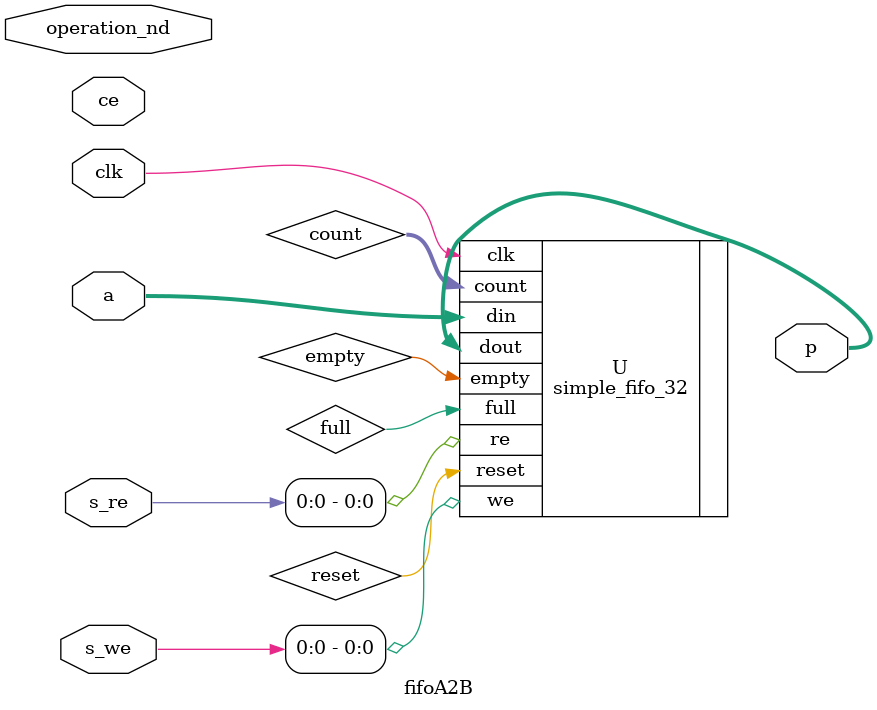
<source format=v>
module fifoA2B(
	input 	clk,
	input 	ce,
	input 	operation_nd,
	input 	[31:0] a,
	input 	[31:0]s_we,
	input 	[31:0]s_re,
	output 	[31:0] p
);

	wire reset;
	wire empty;
	wire full;
	wire [31:0] count;
	

	simple_fifo_32#(.WIDTH(32),.DEPTH(129))U(
		.clk(clk),
		.reset(reset),
		.we(s_we[0]),
		.din(a),
		.re(s_re[0]),
		.dout(p),
		.empty(empty),
		.full(full),
		.count(count)
	);


endmodule

</source>
